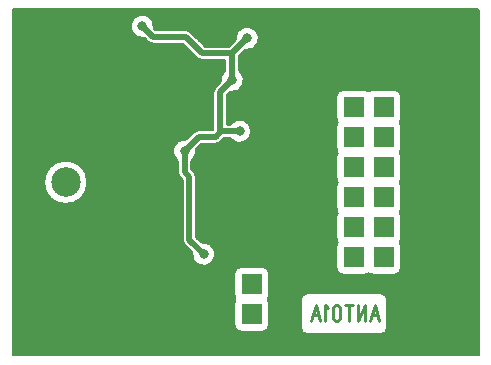
<source format=gbr>
*
*
G04 PADS 9.5 Build Number: 522968 generated Gerber (RS-274-X) file*
G04 PC Version=2.1*
*
%IN "ANT01.pcb"*%
*
%MOIN*%
*
%FSLAX35Y35*%
*
*
*
*
G04 PC Standard Apertures*
*
*
G04 Thermal Relief Aperture macro.*
%AMTER*
1,1,$1,0,0*
1,0,$1-$2,0,0*
21,0,$3,$4,0,0,45*
21,0,$3,$4,0,0,135*
%
*
*
G04 Annular Aperture macro.*
%AMANN*
1,1,$1,0,0*
1,0,$2,0,0*
%
*
*
G04 Odd Aperture macro.*
%AMODD*
1,1,$1,0,0*
1,0,$1-0.005,0,0*
%
*
*
G04 PC Custom Aperture Macros*
*
*
*
*
*
*
G04 PC Aperture Table*
*
%ADD012R,0.07X0.07*%
%ADD013C,0.23622*%
%ADD024C,0.001*%
%ADD025C,0.01*%
%ADD055C,0.006*%
%ADD064C,0.09843*%
%ADD068C,0.019*%
%ADD069C,0.032*%
%ADD070C,0.024*%
*
*
*
*
G04 PC Circuitry*
G04 Layer Name ANT01.pcb - circuitry*
%LPD*%
*
*
G04 PC Custom Flashes*
G04 Layer Name ANT01.pcb - flashes*
%LPD*%
*
*
G04 PC Circuitry*
G04 Layer Name ANT01.pcb - circuitry*
%LPD*%
*
G54D12*
G01X226000Y185000D03*
X216000D03*
X226000Y165000D03*
X216000D03*
X226000Y175000D03*
X216000D03*
X226000Y135000D03*
X216000D03*
X226000Y145000D03*
X216000D03*
X226000Y155000D03*
X216000D03*
X172000Y126000D03*
Y116000D03*
X182000Y126000D03*
Y116000D03*
X192000Y126000D03*
Y116000D03*
G54D13*
X120000Y120000D03*
X240000Y200000D03*
Y120000D03*
X120000Y200000D03*
G54D24*
G54D25*
X222945Y119150D02*
X224400Y113900D01*
X222945Y119150D02*
X221491Y113900D01*
X223855Y115650D02*
X222036D01*
X219855Y119150D02*
Y113900D01*
Y119150D02*
X217309Y113900D01*
Y119150D02*
Y113900D01*
X214400Y119150D02*
Y113900D01*
X215673Y119150D02*
X213127D01*
X210400D02*
X210945Y118900D01*
X211309Y118150*
X211491Y116900*
Y116150*
X211309Y114900*
X210945Y114150*
X210400Y113900*
X210036*
X209491Y114150*
X209127Y114900*
X208945Y116150*
Y116900*
X209127Y118150*
X209491Y118900*
X210036Y119150*
X210400*
X207309Y118150D02*
X206945Y118400D01*
X206400Y119150*
Y113900*
X203309Y119150D02*
X204764Y113900D01*
X203309Y119150D02*
X201855Y113900D01*
X204218Y115650D02*
X202400D01*
G54D55*
X127221Y160000D02*
G75*
G03X127221I-7221J0D01*
G01X257700Y102600D02*
Y217400D01*
G03X257400Y217700I-300J-0*
G01X102600*
G03X102300Y217400I0J-300*
G01Y102600*
G03X102600Y102300I300J0*
G01X257400*
G03X257700Y102600I-0J300*
G01X227200Y120650D02*
Y111650D01*
X224900Y109350D02*
G03X227200Y111650I0J2300D01*
G01X224900Y109350D02*
X200627D01*
X198327Y111650D02*
G03X200627Y109350I2300J0D01*
G01X198327Y111650D02*
Y120650D01*
X200627Y122950D02*
G03X198327Y120650I0J-2300D01*
G01X200627Y122950D02*
X224900D01*
X227200Y120650D02*
G03X224900Y122950I-2300J0D01*
G01X231800Y188500D02*
Y181500D01*
X231379Y180173D02*
G03X231800Y181500I-1879J1327D01*
G01X231379Y180173D02*
G03Y179827I245J-173D01*
G01X231800Y178500D02*
G03X231379Y179827I-2300J0D01*
G01X231800Y178500D02*
Y171500D01*
X231379Y170173D02*
G03X231800Y171500I-1879J1327D01*
G01X231379Y170173D02*
G03Y169827I245J-173D01*
G01X231800Y168500D02*
G03X231379Y169827I-2300J0D01*
G01X231800Y168500D02*
Y161500D01*
X231379Y160173D02*
G03X231800Y161500I-1879J1327D01*
G01X231379Y160173D02*
G03Y159827I245J-173D01*
G01X231800Y158500D02*
G03X231379Y159827I-2300J0D01*
G01X231800Y158500D02*
Y151500D01*
X231379Y150173D02*
G03X231800Y151500I-1879J1327D01*
G01X231379Y150173D02*
G03Y149827I245J-173D01*
G01X231800Y148500D02*
G03X231379Y149827I-2300J0D01*
G01X231800Y148500D02*
Y141500D01*
X231379Y140173D02*
G03X231800Y141500I-1879J1327D01*
G01X231379Y140173D02*
G03Y139827I245J-173D01*
G01X231800Y138500D02*
G03X231379Y139827I-2300J0D01*
G01X231800Y138500D02*
Y131500D01*
X229500Y129200D02*
G03X231800Y131500I0J2300D01*
G01X229500Y129200D02*
X222500D01*
X221173Y129621D02*
G03X222500Y129200I1327J1879D01*
G01X221173Y129621D02*
G03X220827I-173J-245D01*
G01X219500Y129200D02*
G03X220827Y129621I0J2300D01*
G01X219500Y129200D02*
X212500D01*
X210200Y131500D02*
G03X212500Y129200I2300J0D01*
G01X210200Y131500D02*
Y138500D01*
X210621Y139827D02*
G03X210200Y138500I1879J-1327D01*
G01X210621Y139827D02*
G03Y140173I-245J173D01*
G01X210200Y141500D02*
G03X210621Y140173I2300J0D01*
G01X210200Y141500D02*
Y148500D01*
X210621Y149827D02*
G03X210200Y148500I1879J-1327D01*
G01X210621Y149827D02*
G03Y150173I-245J173D01*
G01X210200Y151500D02*
G03X210621Y150173I2300J0D01*
G01X210200Y151500D02*
Y158500D01*
X210621Y159827D02*
G03X210200Y158500I1879J-1327D01*
G01X210621Y159827D02*
G03Y160173I-245J173D01*
G01X210200Y161500D02*
G03X210621Y160173I2300J0D01*
G01X210200Y161500D02*
Y168500D01*
X210621Y169827D02*
G03X210200Y168500I1879J-1327D01*
G01X210621Y169827D02*
G03Y170173I-245J173D01*
G01X210200Y171500D02*
G03X210621Y170173I2300J0D01*
G01X210200Y171500D02*
Y178500D01*
X210621Y179827D02*
G03X210200Y178500I1879J-1327D01*
G01X210621Y179827D02*
G03Y180173I-245J173D01*
G01X210200Y181500D02*
G03X210621Y180173I2300J0D01*
G01X210200Y181500D02*
Y188500D01*
X212500Y190800D02*
G03X210200Y188500I0J-2300D01*
G01X212500Y190800D02*
X219500D01*
X220827Y190379D02*
G03X219500Y190800I-1327J-1879D01*
G01X220827Y190379D02*
G03X221173I173J245D01*
G01X222500Y190800D02*
G03X221173Y190379I0J-2300D01*
G01X222500Y190800D02*
X229500D01*
X231800Y188500D02*
G03X229500Y190800I-2300J0D01*
G01X187800Y129500D02*
Y122500D01*
X187379Y121173D02*
G03X187800Y122500I-1879J1327D01*
G01X187379Y121173D02*
G03Y120827I245J-173D01*
G01X187800Y119500D02*
G03X187379Y120827I-2300J0D01*
G01X187800Y119500D02*
Y112500D01*
X185500Y110200D02*
G03X187800Y112500I0J2300D01*
G01X185500Y110200D02*
X178500D01*
X176200Y112500D02*
G03X178500Y110200I2300J0D01*
G01X176200Y112500D02*
Y119500D01*
X176621Y120827D02*
G03X176200Y119500I1879J-1327D01*
G01X176621Y120827D02*
G03Y121173I-245J173D01*
G01X176200Y122500D02*
G03X176621Y121173I2300J0D01*
G01X176200Y122500D02*
Y129500D01*
X178500Y131800D02*
G03X176200Y129500I0J-2300D01*
G01X178500Y131800D02*
X185500D01*
X187800Y129500D02*
G03X185500Y131800I-2300J0D01*
G01X179983Y204134D02*
G03X176634Y207483I517J3866D01*
G01X179983Y204134D02*
G03X179731Y204049I-40J-297D01*
G01X177838Y202156*
G03X177750Y201944I212J-212*
G01Y197337*
G03X177868Y197099I300J0*
G01X174983Y190134D02*
G03X177868Y197099I517J3866D01*
G01X174983Y190134D02*
G03X174731Y190049I-40J-297D01*
G01X173838Y189156*
G03X173750Y188944I212J-212*
G01Y179550*
G03X174050Y179250I300J0*
G01X174663*
G03X174901Y179368I-0J300*
G01Y174632D02*
G03Y179368I3099J2368D01*
G01Y174632D02*
G03X174663Y174750I-238J-182D01*
G01X172956*
G03X172744Y174662I0J-300*
G01X171591Y173509*
X170000Y172850D02*
G03X171591Y173509I0J2250D01*
G01X170000Y172850D02*
X165356D01*
G03X165144Y172762I0J-300*
G01X163551Y171169*
G03X163466Y170917I212J-212*
G01X161968Y167301D02*
G03X163466Y170917I-2368J3099D01*
G01X161968Y167301D02*
G03X161850Y167063I182J-238D01*
G01Y164465*
G03X161938Y164253I300J0*
G01X162791Y163400*
X163450Y161809D02*
G03X162791Y163400I-2250J-0D01*
G01X163450Y161809D02*
Y141856D01*
G03X163538Y141644I300J0*
G01X165231Y139951*
G03X165483Y139866I212J212*
G01X162134Y136517D02*
G03X165483Y139866I3866J-517D01*
G01X162134Y136517D02*
G03X162049Y136769I-297J40D01*
G01X159609Y139209*
X158950Y140800D02*
G03X159609Y139209I2250J0D01*
G01X158950Y140800D02*
Y160753D01*
G03X158862Y160965I-300J-0*
G01X158009Y161818*
X157350Y163409D02*
G03X158009Y161818I2250J-0D01*
G01X157350Y163409D02*
Y167063D01*
G03X157232Y167301I-300J-0*
G01X160117Y174266D02*
G03X157232Y167301I-517J-3866D01*
G01X160117Y174266D02*
G03X160369Y174351I40J297D01*
G01X162709Y176691*
X164300Y177350D02*
G03X162709Y176691I0J-2250D01*
G01X164300Y177350D02*
X168944D01*
G03X169156Y177438I-0J300*
G01X169162Y177444*
G03X169250Y177656I-212J212*
G01Y190000*
X169909Y191591D02*
G03X169250Y190000I1591J-1591D01*
G01X169909Y191591D02*
X171549Y193231D01*
G03X171634Y193483I-212J212*
G01X173132Y197099D02*
G03X171634Y193483I2368J-3099D01*
G01X173132Y197099D02*
G03X173250Y197337I-182J238D01*
G01Y200450*
G03X172950Y200750I-300J-0*
G01X165500*
X163909Y201409D02*
G03X165500Y200750I1591J1591D01*
G01X163909Y201409D02*
X159156Y206162D01*
G03X158944Y206250I-212J-212*
G01X149000*
X147409Y206909D02*
G03X149000Y206250I1591J1591D01*
G01X147409Y206909D02*
X146269Y208049D01*
G03X146017Y208134I-212J-212*
G01X149366Y211483D02*
G03X146017Y208134I-3866J517D01*
G01X149366Y211483D02*
G03X149451Y211231I297J-40D01*
G01X149844Y210838*
G03X150056Y210750I212J212*
G01X160000*
X161591Y210091D02*
G03X160000Y210750I-1591J-1591D01*
G01X161591Y210091D02*
X166344Y205338D01*
G03X166556Y205250I212J212*
G01X174444*
G03X174656Y205338I-0J300*
G01X176549Y207231*
G03X176634Y207483I-212J212*
G01X127221Y160000D02*
G03X127221I-7221J0D01*
G01X102300Y217399D02*
X257700D01*
X102300Y216859D02*
X257700D01*
X102300Y216319D02*
X257700D01*
X146465Y215779D02*
X257700D01*
X147673Y215239D02*
X257700D01*
X148316Y214699D02*
X257700D01*
X148748Y214159D02*
X257700D01*
X149048Y213619D02*
X257700D01*
X149248Y213079D02*
X257700D01*
X149363Y212539D02*
X257700D01*
X149400Y211999D02*
X257700D01*
X182302Y211459D02*
X257700D01*
X183087Y210919D02*
X257700D01*
X183591Y210379D02*
X257700D01*
X183939Y209839D02*
X257700D01*
X184177Y209299D02*
X257700D01*
X184326Y208759D02*
X257700D01*
X184394Y208219D02*
X257700D01*
X184387Y207679D02*
X257700D01*
X184304Y207139D02*
X257700D01*
X184140Y206599D02*
X257700D01*
X183883Y206059D02*
X257700D01*
X183509Y205519D02*
X257700D01*
X182966Y204979D02*
X257700D01*
X182090Y204439D02*
X257700D01*
X179581Y203899D02*
X257700D01*
X179041Y203359D02*
X257700D01*
X178501Y202819D02*
X257700D01*
X177961Y202279D02*
X257700D01*
X177750Y201739D02*
X257700D01*
X177750Y201199D02*
X257700D01*
X177750Y200659D02*
X257700D01*
X177750Y200119D02*
X257700D01*
X177750Y199579D02*
X257700D01*
X177750Y199039D02*
X257700D01*
X177750Y198499D02*
X257700D01*
X177750Y197959D02*
X257700D01*
X177750Y197419D02*
X257700D01*
X178131Y196879D02*
X257700D01*
X178621Y196339D02*
X257700D01*
X178960Y195799D02*
X257700D01*
X179191Y195259D02*
X257700D01*
X179333Y194719D02*
X257700D01*
X179396Y194179D02*
X257700D01*
X179383Y193639D02*
X257700D01*
X179294Y193099D02*
X257700D01*
X179124Y192559D02*
X257700D01*
X178859Y192019D02*
X257700D01*
X178475Y191479D02*
X257700D01*
X177916Y190939D02*
X257700D01*
X230798Y190399D02*
X257700D01*
X231356Y189859D02*
X257700D01*
X231649Y189319D02*
X257700D01*
X231783Y188779D02*
X257700D01*
X231800Y188239D02*
X257700D01*
X231800Y187699D02*
X257700D01*
X231800Y187159D02*
X257700D01*
X231800Y186619D02*
X257700D01*
X231800Y186079D02*
X257700D01*
X231800Y185539D02*
X257700D01*
X231800Y184999D02*
X257700D01*
X231800Y184459D02*
X257700D01*
X231800Y183919D02*
X257700D01*
X231800Y183379D02*
X257700D01*
X231800Y182839D02*
X257700D01*
X231800Y182299D02*
X257700D01*
X231800Y181759D02*
X257700D01*
X231783Y181219D02*
X257700D01*
X231648Y180679D02*
X257700D01*
X231358Y180139D02*
X257700D01*
X231521Y179599D02*
X257700D01*
X231731Y179059D02*
X257700D01*
X231800Y178519D02*
X257700D01*
X231800Y177979D02*
X257700D01*
X231800Y177439D02*
X257700D01*
X231800Y176899D02*
X257700D01*
X231800Y176359D02*
X257700D01*
X231800Y175819D02*
X257700D01*
X231800Y175279D02*
X257700D01*
X231800Y174739D02*
X257700D01*
X231800Y174199D02*
X257700D01*
X231800Y173659D02*
X257700D01*
X231800Y173119D02*
X257700D01*
X231800Y172579D02*
X257700D01*
X231800Y172039D02*
X257700D01*
X231800Y171499D02*
X257700D01*
X231735Y170959D02*
X257700D01*
X231530Y170419D02*
X257700D01*
X231349Y169879D02*
X257700D01*
X231642Y169339D02*
X257700D01*
X231781Y168799D02*
X257700D01*
X231800Y168259D02*
X257700D01*
X231800Y167719D02*
X257700D01*
X231800Y167179D02*
X257700D01*
X231800Y166639D02*
X257700D01*
X231800Y166099D02*
X257700D01*
X231800Y165559D02*
X257700D01*
X231800Y165019D02*
X257700D01*
X231800Y164479D02*
X257700D01*
X231800Y163939D02*
X257700D01*
X231800Y163399D02*
X257700D01*
X231800Y162859D02*
X257700D01*
X231800Y162319D02*
X257700D01*
X231800Y161779D02*
X257700D01*
X231785Y161239D02*
X257700D01*
X231656Y160699D02*
X257700D01*
X231369Y160159D02*
X257700D01*
X231510Y159619D02*
X257700D01*
X231726Y159079D02*
X257700D01*
X231800Y158539D02*
X257700D01*
X231800Y157999D02*
X257700D01*
X231800Y157459D02*
X257700D01*
X231800Y156919D02*
X257700D01*
X231800Y156379D02*
X257700D01*
X231800Y155839D02*
X257700D01*
X231800Y155299D02*
X257700D01*
X231800Y154759D02*
X257700D01*
X231800Y154219D02*
X257700D01*
X231800Y153679D02*
X257700D01*
X231800Y153139D02*
X257700D01*
X231800Y152599D02*
X257700D01*
X231800Y152059D02*
X257700D01*
X231800Y151519D02*
X257700D01*
X231740Y150979D02*
X257700D01*
X231541Y150439D02*
X257700D01*
X231341Y149899D02*
X257700D01*
X231634Y149359D02*
X257700D01*
X231778Y148819D02*
X257700D01*
X231800Y148279D02*
X257700D01*
X231800Y147739D02*
X257700D01*
X231800Y147199D02*
X257700D01*
X231800Y146659D02*
X257700D01*
X231800Y146119D02*
X257700D01*
X231800Y145579D02*
X257700D01*
X231800Y145039D02*
X257700D01*
X231800Y144499D02*
X257700D01*
X231800Y143959D02*
X257700D01*
X231800Y143419D02*
X257700D01*
X231800Y142879D02*
X257700D01*
X231800Y142339D02*
X257700D01*
X231800Y141799D02*
X257700D01*
X231787Y141259D02*
X257700D01*
X231663Y140719D02*
X257700D01*
X231383Y140179D02*
X257700D01*
X231498Y139639D02*
X257700D01*
X231721Y139099D02*
X257700D01*
X231799Y138559D02*
X257700D01*
X231800Y138019D02*
X257700D01*
X231800Y137479D02*
X257700D01*
X231800Y136939D02*
X257700D01*
X231800Y136399D02*
X257700D01*
X231800Y135859D02*
X257700D01*
X231800Y135319D02*
X257700D01*
X231800Y134779D02*
X257700D01*
X231800Y134239D02*
X257700D01*
X231800Y133699D02*
X257700D01*
X231800Y133159D02*
X257700D01*
X231800Y132619D02*
X257700D01*
X231800Y132079D02*
X257700D01*
X231800Y131539D02*
X257700D01*
X231745Y130999D02*
X257700D01*
X231551Y130459D02*
X257700D01*
X231170Y129919D02*
X257700D01*
X230389Y129379D02*
X257700D01*
X187800Y128839D02*
X257700D01*
X187800Y128299D02*
X257700D01*
X187800Y127759D02*
X257700D01*
X187800Y127219D02*
X257700D01*
X187800Y126679D02*
X257700D01*
X187800Y126139D02*
X257700D01*
X187800Y125599D02*
X257700D01*
X187800Y125059D02*
X257700D01*
X187800Y124519D02*
X257700D01*
X187800Y123979D02*
X257700D01*
X187800Y123439D02*
X257700D01*
X225383Y122899D02*
X257700D01*
X226440Y122359D02*
X257700D01*
X226881Y121819D02*
X257700D01*
X227112Y121279D02*
X257700D01*
X227198Y120739D02*
X257700D01*
X227200Y120199D02*
X257700D01*
X227200Y119659D02*
X257700D01*
X227200Y119119D02*
X257700D01*
X227200Y118579D02*
X257700D01*
X227200Y118039D02*
X257700D01*
X227200Y117499D02*
X257700D01*
X227200Y116959D02*
X257700D01*
X227200Y116419D02*
X257700D01*
X227200Y115879D02*
X257700D01*
X227200Y115339D02*
X257700D01*
X227200Y114799D02*
X257700D01*
X227200Y114259D02*
X257700D01*
X227200Y113719D02*
X257700D01*
X227200Y113179D02*
X257700D01*
X227200Y112639D02*
X257700D01*
X227200Y112099D02*
X257700D01*
X227198Y111559D02*
X257700D01*
X227112Y111019D02*
X257700D01*
X226879Y110479D02*
X257700D01*
X226437Y109939D02*
X257700D01*
X225371Y109399D02*
X257700D01*
X102300Y108859D02*
X257700D01*
X102300Y108319D02*
X257700D01*
X102300Y107779D02*
X257700D01*
X102300Y107239D02*
X257700D01*
X102300Y106699D02*
X257700D01*
X102300Y106159D02*
X257700D01*
X102300Y105619D02*
X257700D01*
X102300Y105079D02*
X257700D01*
X102300Y104539D02*
X257700D01*
X102300Y103999D02*
X257700D01*
X102300Y103459D02*
X257700D01*
X102300Y102919D02*
X257700D01*
X102398Y102379D02*
X257602D01*
X220389Y129379D02*
X221611D01*
X220798Y190399D02*
X221202D01*
X187800Y129379D02*
X211611D01*
X176997Y190399D02*
X211202D01*
X187762Y129919D02*
X210830D01*
X163450Y149899D02*
X210659D01*
X163465Y169879D02*
X210651D01*
X174541Y189859D02*
X210644D01*
X180315Y180139D02*
X210642D01*
X163450Y160159D02*
X210631D01*
X165003Y140179D02*
X210617D01*
X167404Y139639D02*
X210502D01*
X163450Y159619D02*
X210490D01*
X180908Y179599D02*
X210479D01*
X163500Y170419D02*
X210470D01*
X163450Y150439D02*
X210459D01*
X187591Y130459D02*
X210449D01*
X163450Y149359D02*
X210366D01*
X163353Y169339D02*
X210358D01*
X179295Y180679D02*
X210352D01*
X174001Y189319D02*
X210351D01*
X163450Y160699D02*
X210344D01*
X164463Y140719D02*
X210337D01*
X168368Y139099D02*
X210279D01*
X163450Y159079D02*
X210274D01*
X181312Y179059D02*
X210269D01*
X163463Y170959D02*
X210265D01*
X163450Y150979D02*
X210260D01*
X187245Y130999D02*
X210255D01*
X163450Y148819D02*
X210222D01*
X163156Y168799D02*
X210219D01*
X173750Y181219D02*
X210217D01*
X173750Y188779D02*
X210217D01*
X163450Y161239D02*
X210215D01*
X163923Y141259D02*
X210213D01*
X168943Y138559D02*
X210201D01*
X163450Y158539D02*
X210200D01*
X181592Y178519D02*
X210200D01*
X173750Y188239D02*
X210200D01*
X173750Y187699D02*
X210200D01*
X173750Y187159D02*
X210200D01*
X173750Y186619D02*
X210200D01*
X173750Y186079D02*
X210200D01*
X173750Y185539D02*
X210200D01*
X173750Y184999D02*
X210200D01*
X173750Y184459D02*
X210200D01*
X173750Y183919D02*
X210200D01*
X173750Y183379D02*
X210200D01*
X173750Y182839D02*
X210200D01*
X173750Y182299D02*
X210200D01*
X173750Y181759D02*
X210200D01*
X181775Y177979D02*
X210200D01*
X181875Y177439D02*
X210200D01*
X181899Y176899D02*
X210200D01*
X181847Y176359D02*
X210200D01*
X181717Y175819D02*
X210200D01*
X181500Y175279D02*
X210200D01*
X181178Y174739D02*
X210200D01*
X180713Y174199D02*
X210200D01*
X180011Y173659D02*
X210200D01*
X178382Y173119D02*
X210200D01*
X164961Y172579D02*
X210200D01*
X164421Y172039D02*
X210200D01*
X163881Y171499D02*
X210200D01*
X162860Y168259D02*
X210200D01*
X162432Y167719D02*
X210200D01*
X161873Y167179D02*
X210200D01*
X161850Y166639D02*
X210200D01*
X161850Y166099D02*
X210200D01*
X161850Y165559D02*
X210200D01*
X161850Y165019D02*
X210200D01*
X161850Y164479D02*
X210200D01*
X162252Y163939D02*
X210200D01*
X162792Y163399D02*
X210200D01*
X163190Y162859D02*
X210200D01*
X163392Y162319D02*
X210200D01*
X163450Y161779D02*
X210200D01*
X163450Y157999D02*
X210200D01*
X163450Y157459D02*
X210200D01*
X163450Y156919D02*
X210200D01*
X163450Y156379D02*
X210200D01*
X163450Y155839D02*
X210200D01*
X163450Y155299D02*
X210200D01*
X163450Y154759D02*
X210200D01*
X163450Y154219D02*
X210200D01*
X163450Y153679D02*
X210200D01*
X163450Y153139D02*
X210200D01*
X163450Y152599D02*
X210200D01*
X163450Y152059D02*
X210200D01*
X163450Y151519D02*
X210200D01*
X163450Y148279D02*
X210200D01*
X163450Y147739D02*
X210200D01*
X163450Y147199D02*
X210200D01*
X163450Y146659D02*
X210200D01*
X163450Y146119D02*
X210200D01*
X163450Y145579D02*
X210200D01*
X163450Y145039D02*
X210200D01*
X163450Y144499D02*
X210200D01*
X163450Y143959D02*
X210200D01*
X163450Y143419D02*
X210200D01*
X163450Y142879D02*
X210200D01*
X163450Y142339D02*
X210200D01*
X163456Y141799D02*
X210200D01*
X169337Y138019D02*
X210200D01*
X169609Y137479D02*
X210200D01*
X169785Y136939D02*
X210200D01*
X169880Y136399D02*
X210200D01*
X169897Y135859D02*
X210200D01*
X169840Y135319D02*
X210200D01*
X169704Y134779D02*
X210200D01*
X169480Y134239D02*
X210200D01*
X169149Y133699D02*
X210200D01*
X168672Y133159D02*
X210200D01*
X167943Y132619D02*
X210200D01*
X102300Y132079D02*
X210200D01*
X186565Y131539D02*
X210200D01*
X102300Y109399D02*
X200156D01*
X187800Y122899D02*
X200144D01*
X102300Y109939D02*
X199091D01*
X187796Y122359D02*
X199088D01*
X186597Y110479D02*
X198648D01*
X187697Y121819D02*
X198646D01*
X187259Y111019D02*
X198416D01*
X187449Y121279D02*
X198415D01*
X187599Y111559D02*
X198329D01*
X187438Y120739D02*
X198329D01*
X187691Y120199D02*
X198327D01*
X187795Y119659D02*
X198327D01*
X187800Y119119D02*
X198327D01*
X187800Y118579D02*
X198327D01*
X187800Y118039D02*
X198327D01*
X187800Y117499D02*
X198327D01*
X187800Y116959D02*
X198327D01*
X187800Y116419D02*
X198327D01*
X187800Y115879D02*
X198327D01*
X187800Y115339D02*
X198327D01*
X187800Y114799D02*
X198327D01*
X187800Y114259D02*
X198327D01*
X187800Y113719D02*
X198327D01*
X187800Y113179D02*
X198327D01*
X187800Y112639D02*
X198327D01*
X187765Y112099D02*
X198327D01*
X149363Y211459D02*
X178698D01*
X149763Y210919D02*
X177913D01*
X171066Y173119D02*
X177618D01*
X102300Y131539D02*
X177435D01*
X161238Y210379D02*
X177409D01*
X102300Y110479D02*
X177403D01*
X161843Y209839D02*
X177061D01*
X162383Y209299D02*
X176823D01*
X102300Y130999D02*
X176755D01*
X102300Y111019D02*
X176741D01*
X173750Y180679D02*
X176705D01*
X162923Y208759D02*
X176674D01*
X164003Y207679D02*
X176613D01*
X163463Y208219D02*
X176606D01*
X102300Y120739D02*
X176562D01*
X102300Y121279D02*
X176551D01*
X164543Y207139D02*
X176457D01*
X102300Y130459D02*
X176409D01*
X102300Y111559D02*
X176401D01*
X102300Y120199D02*
X176309D01*
X102300Y121819D02*
X176303D01*
X102300Y129919D02*
X176238D01*
X102300Y112099D02*
X176235D01*
X102300Y119659D02*
X176205D01*
X102300Y122359D02*
X176204D01*
X102300Y129379D02*
X176200D01*
X102300Y128839D02*
X176200D01*
X102300Y128299D02*
X176200D01*
X102300Y127759D02*
X176200D01*
X102300Y127219D02*
X176200D01*
X102300Y126679D02*
X176200D01*
X102300Y126139D02*
X176200D01*
X102300Y125599D02*
X176200D01*
X102300Y125059D02*
X176200D01*
X102300Y124519D02*
X176200D01*
X102300Y123979D02*
X176200D01*
X102300Y123439D02*
X176200D01*
X102300Y122899D02*
X176200D01*
X102300Y119119D02*
X176200D01*
X102300Y118579D02*
X176200D01*
X102300Y118039D02*
X176200D01*
X102300Y117499D02*
X176200D01*
X102300Y116959D02*
X176200D01*
X102300Y116419D02*
X176200D01*
X102300Y115879D02*
X176200D01*
X102300Y115339D02*
X176200D01*
X102300Y114799D02*
X176200D01*
X102300Y114259D02*
X176200D01*
X102300Y113719D02*
X176200D01*
X102300Y113179D02*
X176200D01*
X102300Y112639D02*
X176200D01*
X171741Y173659D02*
X175989D01*
X165083Y206599D02*
X175917D01*
X173750Y180139D02*
X175685D01*
X165623Y206059D02*
X175377D01*
X172281Y174199D02*
X175287D01*
X173750Y179599D02*
X175092D01*
X166163Y205519D02*
X174837D01*
X172875Y174739D02*
X174744D01*
X102300Y200119D02*
X173250D01*
X102300Y199579D02*
X173250D01*
X102300Y199039D02*
X173250D01*
X102300Y198499D02*
X173250D01*
X102300Y197959D02*
X173250D01*
X102300Y197419D02*
X173250D01*
X102300Y200659D02*
X173165D01*
X102300Y196879D02*
X172869D01*
X102300Y196339D02*
X172379D01*
X102300Y195799D02*
X172040D01*
X102300Y195259D02*
X171809D01*
X102300Y194719D02*
X171667D01*
X102300Y193639D02*
X171617D01*
X102300Y194179D02*
X171604D01*
X102300Y193099D02*
X171417D01*
X102300Y192559D02*
X170877D01*
X102300Y192019D02*
X170337D01*
X102300Y191479D02*
X169804D01*
X102300Y190939D02*
X169455D01*
X102300Y190399D02*
X169286D01*
X102300Y189859D02*
X169250D01*
X102300Y189319D02*
X169250D01*
X102300Y188779D02*
X169250D01*
X102300Y188239D02*
X169250D01*
X102300Y187699D02*
X169250D01*
X102300Y187159D02*
X169250D01*
X102300Y186619D02*
X169250D01*
X102300Y186079D02*
X169250D01*
X102300Y185539D02*
X169250D01*
X102300Y184999D02*
X169250D01*
X102300Y184459D02*
X169250D01*
X102300Y183919D02*
X169250D01*
X102300Y183379D02*
X169250D01*
X102300Y182839D02*
X169250D01*
X102300Y182299D02*
X169250D01*
X102300Y181759D02*
X169250D01*
X102300Y181219D02*
X169250D01*
X102300Y180679D02*
X169250D01*
X102300Y180139D02*
X169250D01*
X102300Y179599D02*
X169250D01*
X102300Y179059D02*
X169250D01*
X102300Y178519D02*
X169250D01*
X102300Y177979D02*
X169250D01*
X102300Y177439D02*
X169157D01*
X102300Y201199D02*
X164152D01*
X102300Y132619D02*
X164057D01*
X102300Y201739D02*
X163579D01*
X102300Y133159D02*
X163328D01*
X102300Y202279D02*
X163039D01*
X102300Y176899D02*
X162948D01*
X102300Y133699D02*
X162851D01*
X102300Y134239D02*
X162520D01*
X102300Y202819D02*
X162499D01*
X102300Y176359D02*
X162377D01*
X102300Y134779D02*
X162296D01*
X102300Y135319D02*
X162160D01*
X102300Y136399D02*
X162120D01*
X102300Y135859D02*
X162103D01*
X102300Y203359D02*
X161959D01*
X102300Y136939D02*
X161879D01*
X102300Y175819D02*
X161837D01*
X102300Y203899D02*
X161419D01*
X102300Y137479D02*
X161339D01*
X102300Y175279D02*
X161297D01*
X102300Y204439D02*
X160879D01*
X102300Y138019D02*
X160799D01*
X102300Y174739D02*
X160757D01*
X102300Y204979D02*
X160339D01*
X102300Y138559D02*
X160259D01*
X102300Y205519D02*
X159799D01*
X102300Y139099D02*
X159719D01*
X102300Y139639D02*
X159273D01*
X102300Y206059D02*
X159259D01*
X102300Y140179D02*
X159037D01*
X102300Y140719D02*
X158951D01*
X127187Y160699D02*
X158950D01*
X127220Y160159D02*
X158950D01*
X127211Y159619D02*
X158950D01*
X127162Y159079D02*
X158950D01*
X127072Y158539D02*
X158950D01*
X126938Y157999D02*
X158950D01*
X126759Y157459D02*
X158950D01*
X126531Y156919D02*
X158950D01*
X126248Y156379D02*
X158950D01*
X125902Y155839D02*
X158950D01*
X125481Y155299D02*
X158950D01*
X124967Y154759D02*
X158950D01*
X124327Y154219D02*
X158950D01*
X123491Y153679D02*
X158950D01*
X122252Y153139D02*
X158950D01*
X102300Y152599D02*
X158950D01*
X102300Y152059D02*
X158950D01*
X102300Y151519D02*
X158950D01*
X102300Y150979D02*
X158950D01*
X102300Y150439D02*
X158950D01*
X102300Y149899D02*
X158950D01*
X102300Y149359D02*
X158950D01*
X102300Y148819D02*
X158950D01*
X102300Y148279D02*
X158950D01*
X102300Y147739D02*
X158950D01*
X102300Y147199D02*
X158950D01*
X102300Y146659D02*
X158950D01*
X102300Y146119D02*
X158950D01*
X102300Y145579D02*
X158950D01*
X102300Y145039D02*
X158950D01*
X102300Y144499D02*
X158950D01*
X102300Y143959D02*
X158950D01*
X102300Y143419D02*
X158950D01*
X102300Y142879D02*
X158950D01*
X102300Y142339D02*
X158950D01*
X102300Y141799D02*
X158950D01*
X102300Y141259D02*
X158950D01*
X102300Y174199D02*
X158717D01*
X127114Y161239D02*
X158588D01*
X126999Y161779D02*
X158048D01*
X126839Y162319D02*
X157632D01*
X102300Y173659D02*
X157457D01*
X126631Y162859D02*
X157418D01*
X126371Y163399D02*
X157350D01*
X122842Y166639D02*
X157350D01*
X123867Y166099D02*
X157350D01*
X124610Y165559D02*
X157350D01*
X125192Y165019D02*
X157350D01*
X125665Y164479D02*
X157350D01*
X126053Y163939D02*
X157350D01*
X120783Y167179D02*
X157327D01*
X102300Y173119D02*
X156804D01*
X102300Y167719D02*
X156768D01*
X102300Y172579D02*
X156365D01*
X102300Y168259D02*
X156340D01*
X102300Y172039D02*
X156061D01*
X102300Y168799D02*
X156044D01*
X102300Y171499D02*
X155858D01*
X102300Y169339D02*
X155847D01*
X102300Y170959D02*
X155740D01*
X102300Y169879D02*
X155735D01*
X102300Y170419D02*
X155700D01*
X102300Y206599D02*
X147797D01*
X102300Y207139D02*
X147179D01*
X102300Y207679D02*
X146639D01*
X102300Y208219D02*
X144545D01*
X102300Y215779D02*
X144535D01*
X102300Y208759D02*
X143331D01*
X102300Y215239D02*
X143327D01*
X102300Y209299D02*
X142687D01*
X102300Y214699D02*
X142684D01*
X102300Y209839D02*
X142254D01*
X102300Y214159D02*
X142252D01*
X102300Y210379D02*
X141953D01*
X102300Y213619D02*
X141952D01*
X102300Y210919D02*
X141753D01*
X102300Y213079D02*
X141752D01*
X102300Y211459D02*
X141638D01*
X102300Y212539D02*
X141637D01*
X102300Y211999D02*
X141600D01*
X102300Y167179D02*
X119217D01*
X102300Y153139D02*
X117748D01*
X102300Y166639D02*
X117158D01*
X102300Y153679D02*
X116509D01*
X102300Y166099D02*
X116133D01*
X102300Y154219D02*
X115673D01*
X102300Y165559D02*
X115390D01*
X102300Y154759D02*
X115033D01*
X102300Y165019D02*
X114808D01*
X102300Y155299D02*
X114519D01*
X102300Y164479D02*
X114335D01*
X102300Y155839D02*
X114098D01*
X102300Y163939D02*
X113947D01*
X102300Y156379D02*
X113752D01*
X102300Y163399D02*
X113629D01*
X102300Y156919D02*
X113469D01*
X102300Y162859D02*
X113369D01*
X102300Y157459D02*
X113241D01*
X102300Y162319D02*
X113161D01*
X102300Y157999D02*
X113062D01*
X102300Y161779D02*
X113001D01*
X102300Y158539D02*
X112928D01*
X102300Y161239D02*
X112886D01*
X102300Y159079D02*
X112838D01*
X102300Y160699D02*
X112813D01*
X102300Y159619D02*
X112789D01*
X102300Y160159D02*
X112780D01*
G54D64*
X120000Y160000D03*
X130000Y150000D03*
X110000D03*
Y170000D03*
X130000D03*
G54D68*
X159600Y170400D02*
X164300Y175100D01*
X170000*
X171500Y176600*
X159600Y170400D02*
Y163409D01*
X161200Y161809*
Y140800*
X166000Y136000*
X171500Y176600D02*
Y190000D01*
X175500Y194000*
X171500Y176600D02*
X171900Y177000D01*
X178000*
X145500Y212000D02*
X149000Y208500D01*
X160000*
X165500Y203000*
X175500*
X180500Y208000D02*
X175500Y203000D01*
Y194000*
G54D69*
X114800Y105200D03*
X106100Y109000D03*
X153800Y106400D03*
X142500Y105500D03*
X131900D03*
X192000Y106400D03*
X175500Y106200D03*
X182600Y106000D03*
X219600Y106100D03*
X201700Y105600D03*
X230300Y105500D03*
X209000Y106000D03*
X241600Y105500D03*
X106000Y140000D03*
X120500Y137700D03*
X106100Y130200D03*
X112100Y136400D03*
X148100Y146800D03*
X133300Y133700D03*
X141500Y146500D03*
X133900Y116800D03*
X171000Y143000D03*
X166000Y136000D03*
X208500Y130500D03*
X226000Y126500D03*
X201700Y124800D03*
X215700Y124300D03*
X201800Y149400D03*
X254800Y112000D03*
X253500Y131000D03*
X110000Y184000D03*
X120000Y181000D03*
X130000Y185500D03*
X137900Y155300D03*
X138100Y178600D03*
X138200Y166000D03*
X156400Y159600D03*
X155000Y153500D03*
X159600Y170400D03*
X198500Y158500D03*
X192000Y176600D03*
X192500Y157500D03*
X192300Y151400D03*
X172000Y170000D03*
X186500Y172000D03*
X184000Y187500D03*
X176000Y186500D03*
X178000Y177000D03*
X254100Y159000D03*
X116800Y215300D03*
X108400Y215100D03*
X104500Y191500D03*
X157500Y212000D03*
X130200Y215400D03*
X134800Y207400D03*
X138100Y190200D03*
X137500Y199500D03*
X138000Y214500D03*
X145500Y212000D03*
X162500Y199500D03*
X185500Y207500D03*
X165500Y208500D03*
X180500Y208000D03*
X175500Y194000D03*
X216100Y209200D03*
X220500Y199500D03*
X225700Y210900D03*
X202300Y212400D03*
X208000Y201000D03*
X254500Y194900D03*
Y209500D03*
G54D70*
X157476Y179776D03*
Y184500D03*
Y189224D03*
X162200Y179776D03*
Y184500D03*
Y189224D03*
X166924Y179776D03*
Y184500D03*
Y189224D03*
G74*
X0Y0D02*
M02*

</source>
